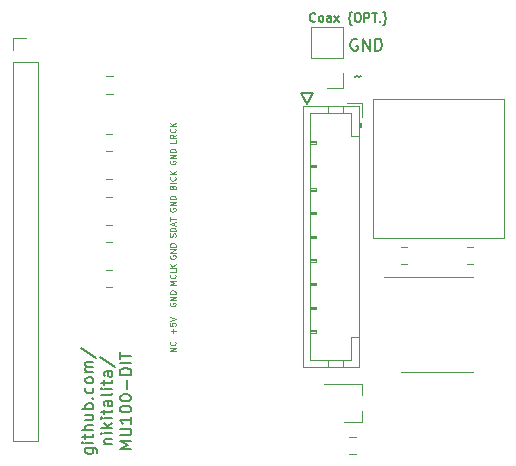
<source format=gto>
G04 #@! TF.GenerationSoftware,KiCad,Pcbnew,(6.0.1)*
G04 #@! TF.CreationDate,2022-07-04T23:19:22-07:00*
G04 #@! TF.ProjectId,mu100-dit,6d753130-302d-4646-9974-2e6b69636164,rev?*
G04 #@! TF.SameCoordinates,Original*
G04 #@! TF.FileFunction,Legend,Top*
G04 #@! TF.FilePolarity,Positive*
%FSLAX46Y46*%
G04 Gerber Fmt 4.6, Leading zero omitted, Abs format (unit mm)*
G04 Created by KiCad (PCBNEW (6.0.1)) date 2022-07-04 23:19:22*
%MOMM*%
%LPD*%
G01*
G04 APERTURE LIST*
%ADD10C,0.125000*%
%ADD11C,0.150000*%
%ADD12C,0.120000*%
%ADD13C,0.050000*%
%ADD14O,1.800000X1.200000*%
%ADD15R,1.350000X1.350000*%
%ADD16O,1.350000X1.350000*%
%ADD17O,1.750000X1.200000*%
%ADD18C,3.600000*%
%ADD19C,5.700000*%
%ADD20C,1.524000*%
%ADD21C,3.200000*%
%ADD22R,1.900000X0.800000*%
%ADD23O,1.700000X1.700000*%
%ADD24R,1.700000X1.700000*%
G04 APERTURE END LIST*
D10*
X67356590Y-91371038D02*
X67356590Y-91609133D01*
X66856590Y-91609133D01*
X67356590Y-90918657D02*
X67118495Y-91085323D01*
X67356590Y-91204371D02*
X66856590Y-91204371D01*
X66856590Y-91013895D01*
X66880400Y-90966276D01*
X66904209Y-90942466D01*
X66951828Y-90918657D01*
X67023257Y-90918657D01*
X67070876Y-90942466D01*
X67094685Y-90966276D01*
X67118495Y-91013895D01*
X67118495Y-91204371D01*
X67308971Y-90418657D02*
X67332780Y-90442466D01*
X67356590Y-90513895D01*
X67356590Y-90561514D01*
X67332780Y-90632942D01*
X67285161Y-90680561D01*
X67237542Y-90704371D01*
X67142304Y-90728180D01*
X67070876Y-90728180D01*
X66975638Y-90704371D01*
X66928019Y-90680561D01*
X66880400Y-90632942D01*
X66856590Y-90561514D01*
X66856590Y-90513895D01*
X66880400Y-90442466D01*
X66904209Y-90418657D01*
X67356590Y-90204371D02*
X66856590Y-90204371D01*
X67356590Y-89918657D02*
X67070876Y-90132942D01*
X66856590Y-89918657D02*
X67142304Y-90204371D01*
D11*
X59719114Y-117483190D02*
X60528638Y-117483190D01*
X60623876Y-117530809D01*
X60671495Y-117578428D01*
X60719114Y-117673666D01*
X60719114Y-117816523D01*
X60671495Y-117911761D01*
X60338161Y-117483190D02*
X60385780Y-117578428D01*
X60385780Y-117768904D01*
X60338161Y-117864142D01*
X60290542Y-117911761D01*
X60195304Y-117959380D01*
X59909590Y-117959380D01*
X59814352Y-117911761D01*
X59766733Y-117864142D01*
X59719114Y-117768904D01*
X59719114Y-117578428D01*
X59766733Y-117483190D01*
X60385780Y-117007000D02*
X59719114Y-117007000D01*
X59385780Y-117007000D02*
X59433400Y-117054619D01*
X59481019Y-117007000D01*
X59433400Y-116959380D01*
X59385780Y-117007000D01*
X59481019Y-117007000D01*
X59719114Y-116673666D02*
X59719114Y-116292714D01*
X59385780Y-116530809D02*
X60242923Y-116530809D01*
X60338161Y-116483190D01*
X60385780Y-116387952D01*
X60385780Y-116292714D01*
X60385780Y-115959380D02*
X59385780Y-115959380D01*
X60385780Y-115530809D02*
X59861971Y-115530809D01*
X59766733Y-115578428D01*
X59719114Y-115673666D01*
X59719114Y-115816523D01*
X59766733Y-115911761D01*
X59814352Y-115959380D01*
X59719114Y-114626047D02*
X60385780Y-114626047D01*
X59719114Y-115054619D02*
X60242923Y-115054619D01*
X60338161Y-115007000D01*
X60385780Y-114911761D01*
X60385780Y-114768904D01*
X60338161Y-114673666D01*
X60290542Y-114626047D01*
X60385780Y-114149857D02*
X59385780Y-114149857D01*
X59766733Y-114149857D02*
X59719114Y-114054619D01*
X59719114Y-113864142D01*
X59766733Y-113768904D01*
X59814352Y-113721285D01*
X59909590Y-113673666D01*
X60195304Y-113673666D01*
X60290542Y-113721285D01*
X60338161Y-113768904D01*
X60385780Y-113864142D01*
X60385780Y-114054619D01*
X60338161Y-114149857D01*
X60290542Y-113245095D02*
X60338161Y-113197476D01*
X60385780Y-113245095D01*
X60338161Y-113292714D01*
X60290542Y-113245095D01*
X60385780Y-113245095D01*
X60338161Y-112340333D02*
X60385780Y-112435571D01*
X60385780Y-112626047D01*
X60338161Y-112721285D01*
X60290542Y-112768904D01*
X60195304Y-112816523D01*
X59909590Y-112816523D01*
X59814352Y-112768904D01*
X59766733Y-112721285D01*
X59719114Y-112626047D01*
X59719114Y-112435571D01*
X59766733Y-112340333D01*
X60385780Y-111768904D02*
X60338161Y-111864142D01*
X60290542Y-111911761D01*
X60195304Y-111959380D01*
X59909590Y-111959380D01*
X59814352Y-111911761D01*
X59766733Y-111864142D01*
X59719114Y-111768904D01*
X59719114Y-111626047D01*
X59766733Y-111530809D01*
X59814352Y-111483190D01*
X59909590Y-111435571D01*
X60195304Y-111435571D01*
X60290542Y-111483190D01*
X60338161Y-111530809D01*
X60385780Y-111626047D01*
X60385780Y-111768904D01*
X60385780Y-111007000D02*
X59719114Y-111007000D01*
X59814352Y-111007000D02*
X59766733Y-110959380D01*
X59719114Y-110864142D01*
X59719114Y-110721285D01*
X59766733Y-110626047D01*
X59861971Y-110578428D01*
X60385780Y-110578428D01*
X59861971Y-110578428D02*
X59766733Y-110530809D01*
X59719114Y-110435571D01*
X59719114Y-110292714D01*
X59766733Y-110197476D01*
X59861971Y-110149857D01*
X60385780Y-110149857D01*
X59338161Y-108959380D02*
X60623876Y-109816523D01*
X61329114Y-117102238D02*
X61995780Y-117102238D01*
X61424352Y-117102238D02*
X61376733Y-117054619D01*
X61329114Y-116959380D01*
X61329114Y-116816523D01*
X61376733Y-116721285D01*
X61471971Y-116673666D01*
X61995780Y-116673666D01*
X61995780Y-116197476D02*
X61329114Y-116197476D01*
X60995780Y-116197476D02*
X61043400Y-116245095D01*
X61091019Y-116197476D01*
X61043400Y-116149857D01*
X60995780Y-116197476D01*
X61091019Y-116197476D01*
X61995780Y-115721285D02*
X60995780Y-115721285D01*
X61614828Y-115626047D02*
X61995780Y-115340333D01*
X61329114Y-115340333D02*
X61710066Y-115721285D01*
X61995780Y-114911761D02*
X61329114Y-114911761D01*
X60995780Y-114911761D02*
X61043400Y-114959380D01*
X61091019Y-114911761D01*
X61043400Y-114864142D01*
X60995780Y-114911761D01*
X61091019Y-114911761D01*
X61329114Y-114578428D02*
X61329114Y-114197476D01*
X60995780Y-114435571D02*
X61852923Y-114435571D01*
X61948161Y-114387952D01*
X61995780Y-114292714D01*
X61995780Y-114197476D01*
X61995780Y-113435571D02*
X61471971Y-113435571D01*
X61376733Y-113483190D01*
X61329114Y-113578428D01*
X61329114Y-113768904D01*
X61376733Y-113864142D01*
X61948161Y-113435571D02*
X61995780Y-113530809D01*
X61995780Y-113768904D01*
X61948161Y-113864142D01*
X61852923Y-113911761D01*
X61757685Y-113911761D01*
X61662447Y-113864142D01*
X61614828Y-113768904D01*
X61614828Y-113530809D01*
X61567209Y-113435571D01*
X61995780Y-112816523D02*
X61948161Y-112911761D01*
X61852923Y-112959380D01*
X60995780Y-112959380D01*
X61995780Y-112435571D02*
X61329114Y-112435571D01*
X60995780Y-112435571D02*
X61043400Y-112483190D01*
X61091019Y-112435571D01*
X61043400Y-112387952D01*
X60995780Y-112435571D01*
X61091019Y-112435571D01*
X61329114Y-112102238D02*
X61329114Y-111721285D01*
X60995780Y-111959380D02*
X61852923Y-111959380D01*
X61948161Y-111911761D01*
X61995780Y-111816523D01*
X61995780Y-111721285D01*
X61995780Y-110959380D02*
X61471971Y-110959380D01*
X61376733Y-111007000D01*
X61329114Y-111102238D01*
X61329114Y-111292714D01*
X61376733Y-111387952D01*
X61948161Y-110959380D02*
X61995780Y-111054619D01*
X61995780Y-111292714D01*
X61948161Y-111387952D01*
X61852923Y-111435571D01*
X61757685Y-111435571D01*
X61662447Y-111387952D01*
X61614828Y-111292714D01*
X61614828Y-111054619D01*
X61567209Y-110959380D01*
X60948161Y-109768904D02*
X62233876Y-110626047D01*
X63605780Y-117530809D02*
X62605780Y-117530809D01*
X63320066Y-117197476D01*
X62605780Y-116864142D01*
X63605780Y-116864142D01*
X62605780Y-116387952D02*
X63415304Y-116387952D01*
X63510542Y-116340333D01*
X63558161Y-116292714D01*
X63605780Y-116197476D01*
X63605780Y-116007000D01*
X63558161Y-115911761D01*
X63510542Y-115864142D01*
X63415304Y-115816523D01*
X62605780Y-115816523D01*
X63605780Y-114816523D02*
X63605780Y-115387952D01*
X63605780Y-115102238D02*
X62605780Y-115102238D01*
X62748638Y-115197476D01*
X62843876Y-115292714D01*
X62891495Y-115387952D01*
X62605780Y-114197476D02*
X62605780Y-114102238D01*
X62653400Y-114007000D01*
X62701019Y-113959380D01*
X62796257Y-113911761D01*
X62986733Y-113864142D01*
X63224828Y-113864142D01*
X63415304Y-113911761D01*
X63510542Y-113959380D01*
X63558161Y-114007000D01*
X63605780Y-114102238D01*
X63605780Y-114197476D01*
X63558161Y-114292714D01*
X63510542Y-114340333D01*
X63415304Y-114387952D01*
X63224828Y-114435571D01*
X62986733Y-114435571D01*
X62796257Y-114387952D01*
X62701019Y-114340333D01*
X62653400Y-114292714D01*
X62605780Y-114197476D01*
X62605780Y-113245095D02*
X62605780Y-113149857D01*
X62653400Y-113054619D01*
X62701019Y-113007000D01*
X62796257Y-112959380D01*
X62986733Y-112911761D01*
X63224828Y-112911761D01*
X63415304Y-112959380D01*
X63510542Y-113007000D01*
X63558161Y-113054619D01*
X63605780Y-113149857D01*
X63605780Y-113245095D01*
X63558161Y-113340333D01*
X63510542Y-113387952D01*
X63415304Y-113435571D01*
X63224828Y-113483190D01*
X62986733Y-113483190D01*
X62796257Y-113435571D01*
X62701019Y-113387952D01*
X62653400Y-113340333D01*
X62605780Y-113245095D01*
X63224828Y-112483190D02*
X63224828Y-111721285D01*
X63605780Y-111245095D02*
X62605780Y-111245095D01*
X62605780Y-111007000D01*
X62653400Y-110864142D01*
X62748638Y-110768904D01*
X62843876Y-110721285D01*
X63034352Y-110673666D01*
X63177209Y-110673666D01*
X63367685Y-110721285D01*
X63462923Y-110768904D01*
X63558161Y-110864142D01*
X63605780Y-111007000D01*
X63605780Y-111245095D01*
X63605780Y-110245095D02*
X62605780Y-110245095D01*
X62605780Y-109911761D02*
X62605780Y-109340333D01*
X63605780Y-109626047D02*
X62605780Y-109626047D01*
D10*
X67166114Y-107718657D02*
X67166114Y-107337704D01*
X67356590Y-107528180D02*
X66975638Y-107528180D01*
X66856590Y-106861514D02*
X66856590Y-107099609D01*
X67094685Y-107123419D01*
X67070876Y-107099609D01*
X67047066Y-107051990D01*
X67047066Y-106932942D01*
X67070876Y-106885323D01*
X67094685Y-106861514D01*
X67142304Y-106837704D01*
X67261352Y-106837704D01*
X67308971Y-106861514D01*
X67332780Y-106885323D01*
X67356590Y-106932942D01*
X67356590Y-107051990D01*
X67332780Y-107099609D01*
X67308971Y-107123419D01*
X66856590Y-106694847D02*
X67356590Y-106528180D01*
X66856590Y-106361514D01*
X67094685Y-95359133D02*
X67118495Y-95287704D01*
X67142304Y-95263895D01*
X67189923Y-95240085D01*
X67261352Y-95240085D01*
X67308971Y-95263895D01*
X67332780Y-95287704D01*
X67356590Y-95335323D01*
X67356590Y-95525800D01*
X66856590Y-95525800D01*
X66856590Y-95359133D01*
X66880400Y-95311514D01*
X66904209Y-95287704D01*
X66951828Y-95263895D01*
X66999447Y-95263895D01*
X67047066Y-95287704D01*
X67070876Y-95311514D01*
X67094685Y-95359133D01*
X67094685Y-95525800D01*
X67356590Y-95025800D02*
X66856590Y-95025800D01*
X67308971Y-94501990D02*
X67332780Y-94525800D01*
X67356590Y-94597228D01*
X67356590Y-94644847D01*
X67332780Y-94716276D01*
X67285161Y-94763895D01*
X67237542Y-94787704D01*
X67142304Y-94811514D01*
X67070876Y-94811514D01*
X66975638Y-94787704D01*
X66928019Y-94763895D01*
X66880400Y-94716276D01*
X66856590Y-94644847D01*
X66856590Y-94597228D01*
X66880400Y-94525800D01*
X66904209Y-94501990D01*
X67356590Y-94287704D02*
X66856590Y-94287704D01*
X67356590Y-94001990D02*
X67070876Y-94216276D01*
X66856590Y-94001990D02*
X67142304Y-94287704D01*
X67356590Y-109268657D02*
X66856590Y-109268657D01*
X67356590Y-108982942D01*
X66856590Y-108982942D01*
X67308971Y-108459133D02*
X67332780Y-108482942D01*
X67356590Y-108554371D01*
X67356590Y-108601990D01*
X67332780Y-108673419D01*
X67285161Y-108721038D01*
X67237542Y-108744847D01*
X67142304Y-108768657D01*
X67070876Y-108768657D01*
X66975638Y-108744847D01*
X66928019Y-108721038D01*
X66880400Y-108673419D01*
X66856590Y-108601990D01*
X66856590Y-108554371D01*
X66880400Y-108482942D01*
X66904209Y-108459133D01*
X66880400Y-101156752D02*
X66856590Y-101204371D01*
X66856590Y-101275800D01*
X66880400Y-101347228D01*
X66928019Y-101394847D01*
X66975638Y-101418657D01*
X67070876Y-101442466D01*
X67142304Y-101442466D01*
X67237542Y-101418657D01*
X67285161Y-101394847D01*
X67332780Y-101347228D01*
X67356590Y-101275800D01*
X67356590Y-101228180D01*
X67332780Y-101156752D01*
X67308971Y-101132942D01*
X67142304Y-101132942D01*
X67142304Y-101228180D01*
X67356590Y-100918657D02*
X66856590Y-100918657D01*
X67356590Y-100632942D01*
X66856590Y-100632942D01*
X67356590Y-100394847D02*
X66856590Y-100394847D01*
X66856590Y-100275800D01*
X66880400Y-100204371D01*
X66928019Y-100156752D01*
X66975638Y-100132942D01*
X67070876Y-100109133D01*
X67142304Y-100109133D01*
X67237542Y-100132942D01*
X67285161Y-100156752D01*
X67332780Y-100204371D01*
X67356590Y-100275800D01*
X67356590Y-100394847D01*
X67356590Y-103644847D02*
X66856590Y-103644847D01*
X67213733Y-103478180D01*
X66856590Y-103311514D01*
X67356590Y-103311514D01*
X67308971Y-102787704D02*
X67332780Y-102811514D01*
X67356590Y-102882942D01*
X67356590Y-102930561D01*
X67332780Y-103001990D01*
X67285161Y-103049609D01*
X67237542Y-103073419D01*
X67142304Y-103097228D01*
X67070876Y-103097228D01*
X66975638Y-103073419D01*
X66928019Y-103049609D01*
X66880400Y-103001990D01*
X66856590Y-102930561D01*
X66856590Y-102882942D01*
X66880400Y-102811514D01*
X66904209Y-102787704D01*
X67356590Y-102335323D02*
X67356590Y-102573419D01*
X66856590Y-102573419D01*
X67356590Y-102168657D02*
X66856590Y-102168657D01*
X67356590Y-101882942D02*
X67070876Y-102097228D01*
X66856590Y-101882942D02*
X67142304Y-102168657D01*
X66880400Y-93156752D02*
X66856590Y-93204371D01*
X66856590Y-93275800D01*
X66880400Y-93347228D01*
X66928019Y-93394847D01*
X66975638Y-93418657D01*
X67070876Y-93442466D01*
X67142304Y-93442466D01*
X67237542Y-93418657D01*
X67285161Y-93394847D01*
X67332780Y-93347228D01*
X67356590Y-93275800D01*
X67356590Y-93228180D01*
X67332780Y-93156752D01*
X67308971Y-93132942D01*
X67142304Y-93132942D01*
X67142304Y-93228180D01*
X67356590Y-92918657D02*
X66856590Y-92918657D01*
X67356590Y-92632942D01*
X66856590Y-92632942D01*
X67356590Y-92394847D02*
X66856590Y-92394847D01*
X66856590Y-92275800D01*
X66880400Y-92204371D01*
X66928019Y-92156752D01*
X66975638Y-92132942D01*
X67070876Y-92109133D01*
X67142304Y-92109133D01*
X67237542Y-92132942D01*
X67285161Y-92156752D01*
X67332780Y-92204371D01*
X67356590Y-92275800D01*
X67356590Y-92394847D01*
X66880400Y-105156752D02*
X66856590Y-105204371D01*
X66856590Y-105275800D01*
X66880400Y-105347228D01*
X66928019Y-105394847D01*
X66975638Y-105418657D01*
X67070876Y-105442466D01*
X67142304Y-105442466D01*
X67237542Y-105418657D01*
X67285161Y-105394847D01*
X67332780Y-105347228D01*
X67356590Y-105275800D01*
X67356590Y-105228180D01*
X67332780Y-105156752D01*
X67308971Y-105132942D01*
X67142304Y-105132942D01*
X67142304Y-105228180D01*
X67356590Y-104918657D02*
X66856590Y-104918657D01*
X67356590Y-104632942D01*
X66856590Y-104632942D01*
X67356590Y-104394847D02*
X66856590Y-104394847D01*
X66856590Y-104275800D01*
X66880400Y-104204371D01*
X66928019Y-104156752D01*
X66975638Y-104132942D01*
X67070876Y-104109133D01*
X67142304Y-104109133D01*
X67237542Y-104132942D01*
X67285161Y-104156752D01*
X67332780Y-104204371D01*
X67356590Y-104275800D01*
X67356590Y-104394847D01*
X67332780Y-99573419D02*
X67356590Y-99501990D01*
X67356590Y-99382942D01*
X67332780Y-99335323D01*
X67308971Y-99311514D01*
X67261352Y-99287704D01*
X67213733Y-99287704D01*
X67166114Y-99311514D01*
X67142304Y-99335323D01*
X67118495Y-99382942D01*
X67094685Y-99478180D01*
X67070876Y-99525800D01*
X67047066Y-99549609D01*
X66999447Y-99573419D01*
X66951828Y-99573419D01*
X66904209Y-99549609D01*
X66880400Y-99525800D01*
X66856590Y-99478180D01*
X66856590Y-99359133D01*
X66880400Y-99287704D01*
X67356590Y-99073419D02*
X66856590Y-99073419D01*
X66856590Y-98954371D01*
X66880400Y-98882942D01*
X66928019Y-98835323D01*
X66975638Y-98811514D01*
X67070876Y-98787704D01*
X67142304Y-98787704D01*
X67237542Y-98811514D01*
X67285161Y-98835323D01*
X67332780Y-98882942D01*
X67356590Y-98954371D01*
X67356590Y-99073419D01*
X67213733Y-98597228D02*
X67213733Y-98359133D01*
X67356590Y-98644847D02*
X66856590Y-98478180D01*
X67356590Y-98311514D01*
X66856590Y-98216276D02*
X66856590Y-97930561D01*
X67356590Y-98073419D02*
X66856590Y-98073419D01*
X66880400Y-97156752D02*
X66856590Y-97204371D01*
X66856590Y-97275800D01*
X66880400Y-97347228D01*
X66928019Y-97394847D01*
X66975638Y-97418657D01*
X67070876Y-97442466D01*
X67142304Y-97442466D01*
X67237542Y-97418657D01*
X67285161Y-97394847D01*
X67332780Y-97347228D01*
X67356590Y-97275800D01*
X67356590Y-97228180D01*
X67332780Y-97156752D01*
X67308971Y-97132942D01*
X67142304Y-97132942D01*
X67142304Y-97228180D01*
X67356590Y-96918657D02*
X66856590Y-96918657D01*
X67356590Y-96632942D01*
X66856590Y-96632942D01*
X67356590Y-96394847D02*
X66856590Y-96394847D01*
X66856590Y-96275800D01*
X66880400Y-96204371D01*
X66928019Y-96156752D01*
X66975638Y-96132942D01*
X67070876Y-96109133D01*
X67142304Y-96109133D01*
X67237542Y-96132942D01*
X67285161Y-96156752D01*
X67332780Y-96204371D01*
X67356590Y-96275800D01*
X67356590Y-96394847D01*
D11*
X79020000Y-87407000D02*
X78500000Y-88337000D01*
X79020000Y-87407000D02*
X77980000Y-87407000D01*
X77980000Y-87412000D02*
X78500000Y-88342000D01*
X82728095Y-82852000D02*
X82632857Y-82804380D01*
X82490000Y-82804380D01*
X82347142Y-82852000D01*
X82251904Y-82947238D01*
X82204285Y-83042476D01*
X82156666Y-83232952D01*
X82156666Y-83375809D01*
X82204285Y-83566285D01*
X82251904Y-83661523D01*
X82347142Y-83756761D01*
X82490000Y-83804380D01*
X82585238Y-83804380D01*
X82728095Y-83756761D01*
X82775714Y-83709142D01*
X82775714Y-83375809D01*
X82585238Y-83375809D01*
X83204285Y-83804380D02*
X83204285Y-82804380D01*
X83775714Y-83804380D01*
X83775714Y-82804380D01*
X84251904Y-83804380D02*
X84251904Y-82804380D01*
X84490000Y-82804380D01*
X84632857Y-82852000D01*
X84728095Y-82947238D01*
X84775714Y-83042476D01*
X84823333Y-83232952D01*
X84823333Y-83375809D01*
X84775714Y-83566285D01*
X84728095Y-83661523D01*
X84632857Y-83756761D01*
X84490000Y-83804380D01*
X84251904Y-83804380D01*
X79192142Y-81299857D02*
X79156428Y-81335571D01*
X79049285Y-81371285D01*
X78977857Y-81371285D01*
X78870714Y-81335571D01*
X78799285Y-81264142D01*
X78763571Y-81192714D01*
X78727857Y-81049857D01*
X78727857Y-80942714D01*
X78763571Y-80799857D01*
X78799285Y-80728428D01*
X78870714Y-80657000D01*
X78977857Y-80621285D01*
X79049285Y-80621285D01*
X79156428Y-80657000D01*
X79192142Y-80692714D01*
X79620714Y-81371285D02*
X79549285Y-81335571D01*
X79513571Y-81299857D01*
X79477857Y-81228428D01*
X79477857Y-81014142D01*
X79513571Y-80942714D01*
X79549285Y-80907000D01*
X79620714Y-80871285D01*
X79727857Y-80871285D01*
X79799285Y-80907000D01*
X79835000Y-80942714D01*
X79870714Y-81014142D01*
X79870714Y-81228428D01*
X79835000Y-81299857D01*
X79799285Y-81335571D01*
X79727857Y-81371285D01*
X79620714Y-81371285D01*
X80513571Y-81371285D02*
X80513571Y-80978428D01*
X80477857Y-80907000D01*
X80406428Y-80871285D01*
X80263571Y-80871285D01*
X80192142Y-80907000D01*
X80513571Y-81335571D02*
X80442142Y-81371285D01*
X80263571Y-81371285D01*
X80192142Y-81335571D01*
X80156428Y-81264142D01*
X80156428Y-81192714D01*
X80192142Y-81121285D01*
X80263571Y-81085571D01*
X80442142Y-81085571D01*
X80513571Y-81049857D01*
X80799285Y-81371285D02*
X81192142Y-80871285D01*
X80799285Y-80871285D02*
X81192142Y-81371285D01*
X82263571Y-81657000D02*
X82227857Y-81621285D01*
X82156428Y-81514142D01*
X82120714Y-81442714D01*
X82085000Y-81335571D01*
X82049285Y-81157000D01*
X82049285Y-81014142D01*
X82085000Y-80835571D01*
X82120714Y-80728428D01*
X82156428Y-80657000D01*
X82227857Y-80549857D01*
X82263571Y-80514142D01*
X82692142Y-80621285D02*
X82835000Y-80621285D01*
X82906428Y-80657000D01*
X82977857Y-80728428D01*
X83013571Y-80871285D01*
X83013571Y-81121285D01*
X82977857Y-81264142D01*
X82906428Y-81335571D01*
X82835000Y-81371285D01*
X82692142Y-81371285D01*
X82620714Y-81335571D01*
X82549285Y-81264142D01*
X82513571Y-81121285D01*
X82513571Y-80871285D01*
X82549285Y-80728428D01*
X82620714Y-80657000D01*
X82692142Y-80621285D01*
X83335000Y-81371285D02*
X83335000Y-80621285D01*
X83620714Y-80621285D01*
X83692142Y-80657000D01*
X83727857Y-80692714D01*
X83763571Y-80764142D01*
X83763571Y-80871285D01*
X83727857Y-80942714D01*
X83692142Y-80978428D01*
X83620714Y-81014142D01*
X83335000Y-81014142D01*
X83977857Y-80621285D02*
X84406428Y-80621285D01*
X84192142Y-81371285D02*
X84192142Y-80621285D01*
X84656428Y-81299857D02*
X84692142Y-81335571D01*
X84656428Y-81371285D01*
X84620714Y-81335571D01*
X84656428Y-81299857D01*
X84656428Y-81371285D01*
X84942142Y-81657000D02*
X84977857Y-81621285D01*
X85049285Y-81514142D01*
X85085000Y-81442714D01*
X85120714Y-81335571D01*
X85156428Y-81157000D01*
X85156428Y-81014142D01*
X85120714Y-80835571D01*
X85085000Y-80728428D01*
X85049285Y-80657000D01*
X84977857Y-80549857D01*
X84942142Y-80514142D01*
X82569047Y-86023428D02*
X82616666Y-85975809D01*
X82711904Y-85928190D01*
X82902380Y-86023428D01*
X82997619Y-85975809D01*
X83045238Y-85928190D01*
D12*
X61470336Y-90842000D02*
X61924464Y-90842000D01*
X61470336Y-92312000D02*
X61924464Y-92312000D01*
X61470336Y-94688666D02*
X61924464Y-94688666D01*
X61470336Y-96158666D02*
X61924464Y-96158666D01*
X61486148Y-85972800D02*
X62008652Y-85972800D01*
X61486148Y-87442800D02*
X62008652Y-87442800D01*
X61470336Y-100005332D02*
X61924464Y-100005332D01*
X61470336Y-98535332D02*
X61924464Y-98535332D01*
X55703400Y-84787000D02*
X55703400Y-116847000D01*
X53583400Y-83787000D02*
X53583400Y-82727000D01*
X53583400Y-84787000D02*
X53583400Y-116847000D01*
X53583400Y-116847000D02*
X55703400Y-116847000D01*
X53583400Y-82727000D02*
X54643400Y-82727000D01*
X53583400Y-84787000D02*
X55703400Y-84787000D01*
X61470336Y-103852000D02*
X61924464Y-103852000D01*
X61470336Y-102382000D02*
X61924464Y-102382000D01*
X82068748Y-117962000D02*
X82591252Y-117962000D01*
X82068748Y-116492000D02*
X82591252Y-116492000D01*
X83040000Y-89972000D02*
X82840000Y-89972000D01*
X82230000Y-110022000D02*
X82230000Y-108072000D01*
X82840000Y-90272000D02*
X83040000Y-90272000D01*
X78730000Y-97572000D02*
X79230000Y-97572000D01*
X78730000Y-103572000D02*
X79230000Y-103572000D01*
X79230000Y-95672000D02*
X78730000Y-95672000D01*
X82230000Y-108072000D02*
X82840000Y-108072000D01*
X82840000Y-110632000D02*
X82840000Y-88512000D01*
X82940000Y-90272000D02*
X82940000Y-89972000D01*
X78730000Y-99472000D02*
X79230000Y-99472000D01*
X79230000Y-93472000D02*
X79230000Y-93672000D01*
X79230000Y-99672000D02*
X78730000Y-99672000D01*
X82230000Y-89122000D02*
X78730000Y-89122000D01*
X78730000Y-110022000D02*
X82230000Y-110022000D01*
X81530000Y-110632000D02*
X81530000Y-110022000D01*
X78730000Y-103472000D02*
X79230000Y-103472000D01*
X80230000Y-88512000D02*
X80230000Y-89122000D01*
X83040000Y-90272000D02*
X83040000Y-89972000D01*
X83140000Y-89462000D02*
X83140000Y-88212000D01*
X79230000Y-103672000D02*
X78730000Y-103672000D01*
X82230000Y-91072000D02*
X82230000Y-89122000D01*
X78730000Y-95472000D02*
X79230000Y-95472000D01*
X79230000Y-91472000D02*
X79230000Y-91672000D01*
X79230000Y-95472000D02*
X79230000Y-95672000D01*
X78730000Y-89122000D02*
X78730000Y-110022000D01*
X79230000Y-105472000D02*
X79230000Y-105672000D01*
X78730000Y-91472000D02*
X79230000Y-91472000D01*
X79230000Y-99472000D02*
X79230000Y-99672000D01*
X78730000Y-105572000D02*
X79230000Y-105572000D01*
X78730000Y-93572000D02*
X79230000Y-93572000D01*
X78730000Y-99572000D02*
X79230000Y-99572000D01*
X79230000Y-105672000D02*
X78730000Y-105672000D01*
X79230000Y-101672000D02*
X78730000Y-101672000D01*
X78730000Y-95572000D02*
X79230000Y-95572000D01*
X81530000Y-88512000D02*
X81530000Y-89122000D01*
X83140000Y-88212000D02*
X81890000Y-88212000D01*
X79230000Y-91672000D02*
X78730000Y-91672000D01*
X78120000Y-88512000D02*
X78120000Y-110632000D01*
X82840000Y-88512000D02*
X78120000Y-88512000D01*
X78120000Y-110632000D02*
X82840000Y-110632000D01*
X78730000Y-101572000D02*
X79230000Y-101572000D01*
X79230000Y-107472000D02*
X79230000Y-107672000D01*
X79230000Y-97672000D02*
X78730000Y-97672000D01*
X78730000Y-91572000D02*
X79230000Y-91572000D01*
X78730000Y-105472000D02*
X79230000Y-105472000D01*
X79230000Y-103472000D02*
X79230000Y-103672000D01*
X79230000Y-93672000D02*
X78730000Y-93672000D01*
X78730000Y-107472000D02*
X79230000Y-107472000D01*
X79230000Y-101472000D02*
X79230000Y-101672000D01*
X79230000Y-97472000D02*
X79230000Y-97672000D01*
X78730000Y-97472000D02*
X79230000Y-97472000D01*
X82840000Y-91072000D02*
X82230000Y-91072000D01*
X80230000Y-110632000D02*
X80230000Y-110022000D01*
X78730000Y-101472000D02*
X79230000Y-101472000D01*
X78730000Y-107572000D02*
X79230000Y-107572000D01*
X78730000Y-93472000D02*
X79230000Y-93472000D01*
X79230000Y-107672000D02*
X78730000Y-107672000D01*
X89452000Y-102953427D02*
X85002000Y-102953427D01*
X89452000Y-102953427D02*
X92502000Y-102953427D01*
X89452000Y-111023427D02*
X92502000Y-111023427D01*
X89452000Y-111023427D02*
X86402000Y-111023427D01*
D13*
X95130000Y-87902000D02*
X84030000Y-87902000D01*
X84030000Y-87902000D02*
X84030000Y-99702000D01*
X84030000Y-99702000D02*
X95130000Y-99702000D01*
X95130000Y-99702000D02*
X95130000Y-87902000D01*
D12*
X91984748Y-101875000D02*
X92507252Y-101875000D01*
X91984748Y-100405000D02*
X92507252Y-100405000D01*
X83090000Y-112072000D02*
X79930000Y-112072000D01*
X83090000Y-112072000D02*
X83090000Y-113002000D01*
X83090000Y-115232000D02*
X83090000Y-114302000D01*
X83090000Y-115232000D02*
X81630000Y-115232000D01*
X86919252Y-100405000D02*
X86396748Y-100405000D01*
X86919252Y-101875000D02*
X86396748Y-101875000D01*
X81510000Y-84407000D02*
X78850000Y-84407000D01*
X81510000Y-84407000D02*
X81510000Y-81807000D01*
X81510000Y-87007000D02*
X80180000Y-87007000D01*
X78850000Y-84407000D02*
X78850000Y-81807000D01*
X81510000Y-85677000D02*
X81510000Y-87007000D01*
X81510000Y-81807000D02*
X78850000Y-81807000D01*
%LPC*%
G36*
G01*
X56853400Y-83187000D02*
X58153400Y-83187000D01*
G75*
G02*
X58403400Y-83437000I0J-250000D01*
G01*
X58403400Y-84137000D01*
G75*
G02*
X58153400Y-84387000I-250000J0D01*
G01*
X56853400Y-84387000D01*
G75*
G02*
X56603400Y-84137000I0J250000D01*
G01*
X56603400Y-83437000D01*
G75*
G02*
X56853400Y-83187000I250000J0D01*
G01*
G37*
D14*
X57503400Y-85787000D03*
X57503400Y-87787000D03*
X57503400Y-89787000D03*
X57503400Y-91787000D03*
X57503400Y-93787000D03*
X57503400Y-95787000D03*
X57503400Y-97787000D03*
X57503400Y-99787000D03*
X57503400Y-101787000D03*
X57503400Y-103787000D03*
X57503400Y-105787000D03*
X57503400Y-107787000D03*
X57503400Y-109787000D03*
X57503400Y-111787000D03*
X57503400Y-113787000D03*
X57503400Y-115787000D03*
G36*
G01*
X60097400Y-92027000D02*
X60097400Y-91127000D01*
G75*
G02*
X60347400Y-90877000I250000J0D01*
G01*
X61047400Y-90877000D01*
G75*
G02*
X61297400Y-91127000I0J-250000D01*
G01*
X61297400Y-92027000D01*
G75*
G02*
X61047400Y-92277000I-250000J0D01*
G01*
X60347400Y-92277000D01*
G75*
G02*
X60097400Y-92027000I0J250000D01*
G01*
G37*
G36*
G01*
X62097400Y-92027000D02*
X62097400Y-91127000D01*
G75*
G02*
X62347400Y-90877000I250000J0D01*
G01*
X63047400Y-90877000D01*
G75*
G02*
X63297400Y-91127000I0J-250000D01*
G01*
X63297400Y-92027000D01*
G75*
G02*
X63047400Y-92277000I-250000J0D01*
G01*
X62347400Y-92277000D01*
G75*
G02*
X62097400Y-92027000I0J250000D01*
G01*
G37*
G36*
G01*
X60097400Y-95873666D02*
X60097400Y-94973666D01*
G75*
G02*
X60347400Y-94723666I250000J0D01*
G01*
X61047400Y-94723666D01*
G75*
G02*
X61297400Y-94973666I0J-250000D01*
G01*
X61297400Y-95873666D01*
G75*
G02*
X61047400Y-96123666I-250000J0D01*
G01*
X60347400Y-96123666D01*
G75*
G02*
X60097400Y-95873666I0J250000D01*
G01*
G37*
G36*
G01*
X62097400Y-95873666D02*
X62097400Y-94973666D01*
G75*
G02*
X62347400Y-94723666I250000J0D01*
G01*
X63047400Y-94723666D01*
G75*
G02*
X63297400Y-94973666I0J-250000D01*
G01*
X63297400Y-95873666D01*
G75*
G02*
X63047400Y-96123666I-250000J0D01*
G01*
X62347400Y-96123666D01*
G75*
G02*
X62097400Y-95873666I0J250000D01*
G01*
G37*
G36*
G01*
X60122400Y-87182800D02*
X60122400Y-86232800D01*
G75*
G02*
X60372400Y-85982800I250000J0D01*
G01*
X61047400Y-85982800D01*
G75*
G02*
X61297400Y-86232800I0J-250000D01*
G01*
X61297400Y-87182800D01*
G75*
G02*
X61047400Y-87432800I-250000J0D01*
G01*
X60372400Y-87432800D01*
G75*
G02*
X60122400Y-87182800I0J250000D01*
G01*
G37*
G36*
G01*
X62197400Y-87182800D02*
X62197400Y-86232800D01*
G75*
G02*
X62447400Y-85982800I250000J0D01*
G01*
X63122400Y-85982800D01*
G75*
G02*
X63372400Y-86232800I0J-250000D01*
G01*
X63372400Y-87182800D01*
G75*
G02*
X63122400Y-87432800I-250000J0D01*
G01*
X62447400Y-87432800D01*
G75*
G02*
X62197400Y-87182800I0J250000D01*
G01*
G37*
G36*
G01*
X60097400Y-99720332D02*
X60097400Y-98820332D01*
G75*
G02*
X60347400Y-98570332I250000J0D01*
G01*
X61047400Y-98570332D01*
G75*
G02*
X61297400Y-98820332I0J-250000D01*
G01*
X61297400Y-99720332D01*
G75*
G02*
X61047400Y-99970332I-250000J0D01*
G01*
X60347400Y-99970332D01*
G75*
G02*
X60097400Y-99720332I0J250000D01*
G01*
G37*
G36*
G01*
X62097400Y-99720332D02*
X62097400Y-98820332D01*
G75*
G02*
X62347400Y-98570332I250000J0D01*
G01*
X63047400Y-98570332D01*
G75*
G02*
X63297400Y-98820332I0J-250000D01*
G01*
X63297400Y-99720332D01*
G75*
G02*
X63047400Y-99970332I-250000J0D01*
G01*
X62347400Y-99970332D01*
G75*
G02*
X62097400Y-99720332I0J250000D01*
G01*
G37*
D15*
X54643400Y-83787000D03*
D16*
X54643400Y-85787000D03*
X54643400Y-87787000D03*
X54643400Y-89787000D03*
X54643400Y-91787000D03*
X54643400Y-93787000D03*
X54643400Y-95787000D03*
X54643400Y-97787000D03*
X54643400Y-99787000D03*
X54643400Y-101787000D03*
X54643400Y-103787000D03*
X54643400Y-105787000D03*
X54643400Y-107787000D03*
X54643400Y-109787000D03*
X54643400Y-111787000D03*
X54643400Y-113787000D03*
X54643400Y-115787000D03*
G36*
G01*
X60097400Y-103567000D02*
X60097400Y-102667000D01*
G75*
G02*
X60347400Y-102417000I250000J0D01*
G01*
X61047400Y-102417000D01*
G75*
G02*
X61297400Y-102667000I0J-250000D01*
G01*
X61297400Y-103567000D01*
G75*
G02*
X61047400Y-103817000I-250000J0D01*
G01*
X60347400Y-103817000D01*
G75*
G02*
X60097400Y-103567000I0J250000D01*
G01*
G37*
G36*
G01*
X62097400Y-103567000D02*
X62097400Y-102667000D01*
G75*
G02*
X62347400Y-102417000I250000J0D01*
G01*
X63047400Y-102417000D01*
G75*
G02*
X63297400Y-102667000I0J-250000D01*
G01*
X63297400Y-103567000D01*
G75*
G02*
X63047400Y-103817000I-250000J0D01*
G01*
X62347400Y-103817000D01*
G75*
G02*
X62097400Y-103567000I0J250000D01*
G01*
G37*
G36*
G01*
X66088400Y-109377000D02*
X64838400Y-109377000D01*
G75*
G02*
X64588400Y-109127000I0J250000D01*
G01*
X64588400Y-108427000D01*
G75*
G02*
X64838400Y-108177000I250000J0D01*
G01*
X66088400Y-108177000D01*
G75*
G02*
X66338400Y-108427000I0J-250000D01*
G01*
X66338400Y-109127000D01*
G75*
G02*
X66088400Y-109377000I-250000J0D01*
G01*
G37*
D17*
X65463400Y-106777000D03*
X65463400Y-104777000D03*
X65463400Y-102777000D03*
X65463400Y-100777000D03*
X65463400Y-98777000D03*
X65463400Y-96777000D03*
X65463400Y-94777000D03*
X65463400Y-92777000D03*
X65463400Y-90777000D03*
G36*
G01*
X82780000Y-117702000D02*
X82780000Y-116752000D01*
G75*
G02*
X83030000Y-116502000I250000J0D01*
G01*
X83705000Y-116502000D01*
G75*
G02*
X83955000Y-116752000I0J-250000D01*
G01*
X83955000Y-117702000D01*
G75*
G02*
X83705000Y-117952000I-250000J0D01*
G01*
X83030000Y-117952000D01*
G75*
G02*
X82780000Y-117702000I0J250000D01*
G01*
G37*
G36*
G01*
X80705000Y-117702000D02*
X80705000Y-116752000D01*
G75*
G02*
X80955000Y-116502000I250000J0D01*
G01*
X81630000Y-116502000D01*
G75*
G02*
X81880000Y-116752000I0J-250000D01*
G01*
X81880000Y-117702000D01*
G75*
G02*
X81630000Y-117952000I-250000J0D01*
G01*
X80955000Y-117952000D01*
G75*
G02*
X80705000Y-117702000I0J250000D01*
G01*
G37*
X81030000Y-108572000D03*
X81030000Y-106572000D03*
X81030000Y-104572000D03*
X81030000Y-102572000D03*
X81030000Y-100572000D03*
X81030000Y-98572000D03*
X81030000Y-96572000D03*
X81030000Y-94572000D03*
X81030000Y-92572000D03*
G36*
G01*
X80405000Y-89972000D02*
X81655000Y-89972000D01*
G75*
G02*
X81905000Y-90222000I0J-250000D01*
G01*
X81905000Y-90922000D01*
G75*
G02*
X81655000Y-91172000I-250000J0D01*
G01*
X80405000Y-91172000D01*
G75*
G02*
X80155000Y-90922000I0J250000D01*
G01*
X80155000Y-90222000D01*
G75*
G02*
X80405000Y-89972000I250000J0D01*
G01*
G37*
G36*
G01*
X92427000Y-103513427D02*
X92427000Y-103313427D01*
G75*
G02*
X92527000Y-103213427I100000J0D01*
G01*
X93802000Y-103213427D01*
G75*
G02*
X93902000Y-103313427I0J-100000D01*
G01*
X93902000Y-103513427D01*
G75*
G02*
X93802000Y-103613427I-100000J0D01*
G01*
X92527000Y-103613427D01*
G75*
G02*
X92427000Y-103513427I0J100000D01*
G01*
G37*
G36*
G01*
X92427000Y-104163427D02*
X92427000Y-103963427D01*
G75*
G02*
X92527000Y-103863427I100000J0D01*
G01*
X93802000Y-103863427D01*
G75*
G02*
X93902000Y-103963427I0J-100000D01*
G01*
X93902000Y-104163427D01*
G75*
G02*
X93802000Y-104263427I-100000J0D01*
G01*
X92527000Y-104263427D01*
G75*
G02*
X92427000Y-104163427I0J100000D01*
G01*
G37*
G36*
G01*
X92427000Y-104813427D02*
X92427000Y-104613427D01*
G75*
G02*
X92527000Y-104513427I100000J0D01*
G01*
X93802000Y-104513427D01*
G75*
G02*
X93902000Y-104613427I0J-100000D01*
G01*
X93902000Y-104813427D01*
G75*
G02*
X93802000Y-104913427I-100000J0D01*
G01*
X92527000Y-104913427D01*
G75*
G02*
X92427000Y-104813427I0J100000D01*
G01*
G37*
G36*
G01*
X92427000Y-105463427D02*
X92427000Y-105263427D01*
G75*
G02*
X92527000Y-105163427I100000J0D01*
G01*
X93802000Y-105163427D01*
G75*
G02*
X93902000Y-105263427I0J-100000D01*
G01*
X93902000Y-105463427D01*
G75*
G02*
X93802000Y-105563427I-100000J0D01*
G01*
X92527000Y-105563427D01*
G75*
G02*
X92427000Y-105463427I0J100000D01*
G01*
G37*
G36*
G01*
X92427000Y-106113427D02*
X92427000Y-105913427D01*
G75*
G02*
X92527000Y-105813427I100000J0D01*
G01*
X93802000Y-105813427D01*
G75*
G02*
X93902000Y-105913427I0J-100000D01*
G01*
X93902000Y-106113427D01*
G75*
G02*
X93802000Y-106213427I-100000J0D01*
G01*
X92527000Y-106213427D01*
G75*
G02*
X92427000Y-106113427I0J100000D01*
G01*
G37*
G36*
G01*
X92427000Y-106763427D02*
X92427000Y-106563427D01*
G75*
G02*
X92527000Y-106463427I100000J0D01*
G01*
X93802000Y-106463427D01*
G75*
G02*
X93902000Y-106563427I0J-100000D01*
G01*
X93902000Y-106763427D01*
G75*
G02*
X93802000Y-106863427I-100000J0D01*
G01*
X92527000Y-106863427D01*
G75*
G02*
X92427000Y-106763427I0J100000D01*
G01*
G37*
G36*
G01*
X92427000Y-107413427D02*
X92427000Y-107213427D01*
G75*
G02*
X92527000Y-107113427I100000J0D01*
G01*
X93802000Y-107113427D01*
G75*
G02*
X93902000Y-107213427I0J-100000D01*
G01*
X93902000Y-107413427D01*
G75*
G02*
X93802000Y-107513427I-100000J0D01*
G01*
X92527000Y-107513427D01*
G75*
G02*
X92427000Y-107413427I0J100000D01*
G01*
G37*
G36*
G01*
X92427000Y-108063427D02*
X92427000Y-107863427D01*
G75*
G02*
X92527000Y-107763427I100000J0D01*
G01*
X93802000Y-107763427D01*
G75*
G02*
X93902000Y-107863427I0J-100000D01*
G01*
X93902000Y-108063427D01*
G75*
G02*
X93802000Y-108163427I-100000J0D01*
G01*
X92527000Y-108163427D01*
G75*
G02*
X92427000Y-108063427I0J100000D01*
G01*
G37*
G36*
G01*
X92427000Y-108713427D02*
X92427000Y-108513427D01*
G75*
G02*
X92527000Y-108413427I100000J0D01*
G01*
X93802000Y-108413427D01*
G75*
G02*
X93902000Y-108513427I0J-100000D01*
G01*
X93902000Y-108713427D01*
G75*
G02*
X93802000Y-108813427I-100000J0D01*
G01*
X92527000Y-108813427D01*
G75*
G02*
X92427000Y-108713427I0J100000D01*
G01*
G37*
G36*
G01*
X92427000Y-109363427D02*
X92427000Y-109163427D01*
G75*
G02*
X92527000Y-109063427I100000J0D01*
G01*
X93802000Y-109063427D01*
G75*
G02*
X93902000Y-109163427I0J-100000D01*
G01*
X93902000Y-109363427D01*
G75*
G02*
X93802000Y-109463427I-100000J0D01*
G01*
X92527000Y-109463427D01*
G75*
G02*
X92427000Y-109363427I0J100000D01*
G01*
G37*
G36*
G01*
X92427000Y-110013427D02*
X92427000Y-109813427D01*
G75*
G02*
X92527000Y-109713427I100000J0D01*
G01*
X93802000Y-109713427D01*
G75*
G02*
X93902000Y-109813427I0J-100000D01*
G01*
X93902000Y-110013427D01*
G75*
G02*
X93802000Y-110113427I-100000J0D01*
G01*
X92527000Y-110113427D01*
G75*
G02*
X92427000Y-110013427I0J100000D01*
G01*
G37*
G36*
G01*
X92427000Y-110663427D02*
X92427000Y-110463427D01*
G75*
G02*
X92527000Y-110363427I100000J0D01*
G01*
X93802000Y-110363427D01*
G75*
G02*
X93902000Y-110463427I0J-100000D01*
G01*
X93902000Y-110663427D01*
G75*
G02*
X93802000Y-110763427I-100000J0D01*
G01*
X92527000Y-110763427D01*
G75*
G02*
X92427000Y-110663427I0J100000D01*
G01*
G37*
G36*
G01*
X85002000Y-110663427D02*
X85002000Y-110463427D01*
G75*
G02*
X85102000Y-110363427I100000J0D01*
G01*
X86377000Y-110363427D01*
G75*
G02*
X86477000Y-110463427I0J-100000D01*
G01*
X86477000Y-110663427D01*
G75*
G02*
X86377000Y-110763427I-100000J0D01*
G01*
X85102000Y-110763427D01*
G75*
G02*
X85002000Y-110663427I0J100000D01*
G01*
G37*
G36*
G01*
X85002000Y-110013427D02*
X85002000Y-109813427D01*
G75*
G02*
X85102000Y-109713427I100000J0D01*
G01*
X86377000Y-109713427D01*
G75*
G02*
X86477000Y-109813427I0J-100000D01*
G01*
X86477000Y-110013427D01*
G75*
G02*
X86377000Y-110113427I-100000J0D01*
G01*
X85102000Y-110113427D01*
G75*
G02*
X85002000Y-110013427I0J100000D01*
G01*
G37*
G36*
G01*
X85002000Y-109363427D02*
X85002000Y-109163427D01*
G75*
G02*
X85102000Y-109063427I100000J0D01*
G01*
X86377000Y-109063427D01*
G75*
G02*
X86477000Y-109163427I0J-100000D01*
G01*
X86477000Y-109363427D01*
G75*
G02*
X86377000Y-109463427I-100000J0D01*
G01*
X85102000Y-109463427D01*
G75*
G02*
X85002000Y-109363427I0J100000D01*
G01*
G37*
G36*
G01*
X85002000Y-108713427D02*
X85002000Y-108513427D01*
G75*
G02*
X85102000Y-108413427I100000J0D01*
G01*
X86377000Y-108413427D01*
G75*
G02*
X86477000Y-108513427I0J-100000D01*
G01*
X86477000Y-108713427D01*
G75*
G02*
X86377000Y-108813427I-100000J0D01*
G01*
X85102000Y-108813427D01*
G75*
G02*
X85002000Y-108713427I0J100000D01*
G01*
G37*
G36*
G01*
X85002000Y-108063427D02*
X85002000Y-107863427D01*
G75*
G02*
X85102000Y-107763427I100000J0D01*
G01*
X86377000Y-107763427D01*
G75*
G02*
X86477000Y-107863427I0J-100000D01*
G01*
X86477000Y-108063427D01*
G75*
G02*
X86377000Y-108163427I-100000J0D01*
G01*
X85102000Y-108163427D01*
G75*
G02*
X85002000Y-108063427I0J100000D01*
G01*
G37*
G36*
G01*
X85002000Y-107413427D02*
X85002000Y-107213427D01*
G75*
G02*
X85102000Y-107113427I100000J0D01*
G01*
X86377000Y-107113427D01*
G75*
G02*
X86477000Y-107213427I0J-100000D01*
G01*
X86477000Y-107413427D01*
G75*
G02*
X86377000Y-107513427I-100000J0D01*
G01*
X85102000Y-107513427D01*
G75*
G02*
X85002000Y-107413427I0J100000D01*
G01*
G37*
G36*
G01*
X85002000Y-106763427D02*
X85002000Y-106563427D01*
G75*
G02*
X85102000Y-106463427I100000J0D01*
G01*
X86377000Y-106463427D01*
G75*
G02*
X86477000Y-106563427I0J-100000D01*
G01*
X86477000Y-106763427D01*
G75*
G02*
X86377000Y-106863427I-100000J0D01*
G01*
X85102000Y-106863427D01*
G75*
G02*
X85002000Y-106763427I0J100000D01*
G01*
G37*
G36*
G01*
X85002000Y-106113427D02*
X85002000Y-105913427D01*
G75*
G02*
X85102000Y-105813427I100000J0D01*
G01*
X86377000Y-105813427D01*
G75*
G02*
X86477000Y-105913427I0J-100000D01*
G01*
X86477000Y-106113427D01*
G75*
G02*
X86377000Y-106213427I-100000J0D01*
G01*
X85102000Y-106213427D01*
G75*
G02*
X85002000Y-106113427I0J100000D01*
G01*
G37*
G36*
G01*
X85002000Y-105463427D02*
X85002000Y-105263427D01*
G75*
G02*
X85102000Y-105163427I100000J0D01*
G01*
X86377000Y-105163427D01*
G75*
G02*
X86477000Y-105263427I0J-100000D01*
G01*
X86477000Y-105463427D01*
G75*
G02*
X86377000Y-105563427I-100000J0D01*
G01*
X85102000Y-105563427D01*
G75*
G02*
X85002000Y-105463427I0J100000D01*
G01*
G37*
G36*
G01*
X85002000Y-104813427D02*
X85002000Y-104613427D01*
G75*
G02*
X85102000Y-104513427I100000J0D01*
G01*
X86377000Y-104513427D01*
G75*
G02*
X86477000Y-104613427I0J-100000D01*
G01*
X86477000Y-104813427D01*
G75*
G02*
X86377000Y-104913427I-100000J0D01*
G01*
X85102000Y-104913427D01*
G75*
G02*
X85002000Y-104813427I0J100000D01*
G01*
G37*
G36*
G01*
X85002000Y-104163427D02*
X85002000Y-103963427D01*
G75*
G02*
X85102000Y-103863427I100000J0D01*
G01*
X86377000Y-103863427D01*
G75*
G02*
X86477000Y-103963427I0J-100000D01*
G01*
X86477000Y-104163427D01*
G75*
G02*
X86377000Y-104263427I-100000J0D01*
G01*
X85102000Y-104263427D01*
G75*
G02*
X85002000Y-104163427I0J100000D01*
G01*
G37*
G36*
G01*
X85002000Y-103513427D02*
X85002000Y-103313427D01*
G75*
G02*
X85102000Y-103213427I100000J0D01*
G01*
X86377000Y-103213427D01*
G75*
G02*
X86477000Y-103313427I0J-100000D01*
G01*
X86477000Y-103513427D01*
G75*
G02*
X86377000Y-103613427I-100000J0D01*
G01*
X85102000Y-103613427D01*
G75*
G02*
X85002000Y-103513427I0J100000D01*
G01*
G37*
D18*
X91350000Y-83452000D03*
D19*
X91350000Y-83452000D03*
D20*
X86620000Y-96342000D03*
X86620000Y-93802000D03*
X86620000Y-91262000D03*
D21*
X90430000Y-97612000D03*
X90430000Y-89992000D03*
G36*
G01*
X92696000Y-101615000D02*
X92696000Y-100665000D01*
G75*
G02*
X92946000Y-100415000I250000J0D01*
G01*
X93621000Y-100415000D01*
G75*
G02*
X93871000Y-100665000I0J-250000D01*
G01*
X93871000Y-101615000D01*
G75*
G02*
X93621000Y-101865000I-250000J0D01*
G01*
X92946000Y-101865000D01*
G75*
G02*
X92696000Y-101615000I0J250000D01*
G01*
G37*
G36*
G01*
X90621000Y-101615000D02*
X90621000Y-100665000D01*
G75*
G02*
X90871000Y-100415000I250000J0D01*
G01*
X91546000Y-100415000D01*
G75*
G02*
X91796000Y-100665000I0J-250000D01*
G01*
X91796000Y-101615000D01*
G75*
G02*
X91546000Y-101865000I-250000J0D01*
G01*
X90871000Y-101865000D01*
G75*
G02*
X90621000Y-101615000I0J250000D01*
G01*
G37*
D22*
X83830000Y-113652000D03*
X80830000Y-114602000D03*
X80830000Y-112702000D03*
G36*
G01*
X86208000Y-100665000D02*
X86208000Y-101615000D01*
G75*
G02*
X85958000Y-101865000I-250000J0D01*
G01*
X85283000Y-101865000D01*
G75*
G02*
X85033000Y-101615000I0J250000D01*
G01*
X85033000Y-100665000D01*
G75*
G02*
X85283000Y-100415000I250000J0D01*
G01*
X85958000Y-100415000D01*
G75*
G02*
X86208000Y-100665000I0J-250000D01*
G01*
G37*
G36*
G01*
X88283000Y-100665000D02*
X88283000Y-101615000D01*
G75*
G02*
X88033000Y-101865000I-250000J0D01*
G01*
X87358000Y-101865000D01*
G75*
G02*
X87108000Y-101615000I0J250000D01*
G01*
X87108000Y-100665000D01*
G75*
G02*
X87358000Y-100415000I250000J0D01*
G01*
X88033000Y-100415000D01*
G75*
G02*
X88283000Y-100665000I0J-250000D01*
G01*
G37*
D18*
X91350000Y-116452000D03*
D19*
X91350000Y-116452000D03*
D23*
X80180000Y-83137000D03*
D24*
X80180000Y-85677000D03*
M02*

</source>
